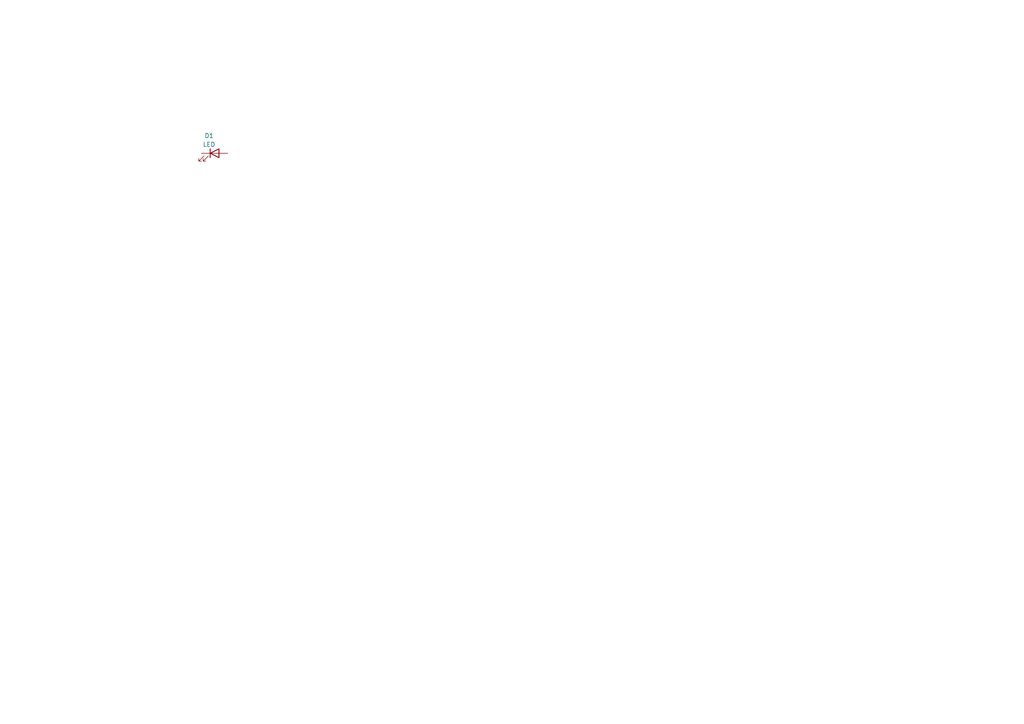
<source format=kicad_sch>
(kicad_sch (version 20230121) (generator eeschema)
  (paper "A4")
  (lib_symbols
    (symbol "Device:LED" (pin_numbers hide) (pin_names (offset 1.016) hide)
      (property "Reference" "D" (at 0 2.54 0))
      (property "Value" "LED" (at 0 -2.54 0))
      (symbol "LED_0_1"
        (polyline (pts (xy -1.27 -1.27) (xy -1.27 1.27)) (stroke (width 0.254)))
        (polyline (pts (xy -1.27 0) (xy 1.27 0)))
        (polyline (pts (xy 1.27 -1.27) (xy 1.27 1.27) (xy -1.27 0) (xy 1.27 -1.27)) (stroke (width 0.254)))
        (polyline (pts (xy -3.048 -0.762) (xy -4.572 -2.286) (xy -3.81 -2.286) (xy -4.572 -2.286) (xy -4.572 -1.524)))
        (polyline (pts (xy -1.778 -0.762) (xy -3.302 -2.286) (xy -2.54 -2.286) (xy -3.302 -2.286) (xy -3.302 -1.524)))
      )
      (symbol "LED_1_1"
        (pin passive line (at -3.81 0 0) (length 2.54) (name "K") (number "1"))
        (pin passive line (at 3.81 0 180) (length 2.54) (name "A") (number "2"))
      )
    )
  )
  (symbol (lib_id "Device:LED") (at 62.23 44.45 0) (unit 1)
    (property "Reference" "D1" (at 60.6425 39.37 0))
    (property "Value" "LED" (at 60.6425 41.91 0))
  )
)
</source>
